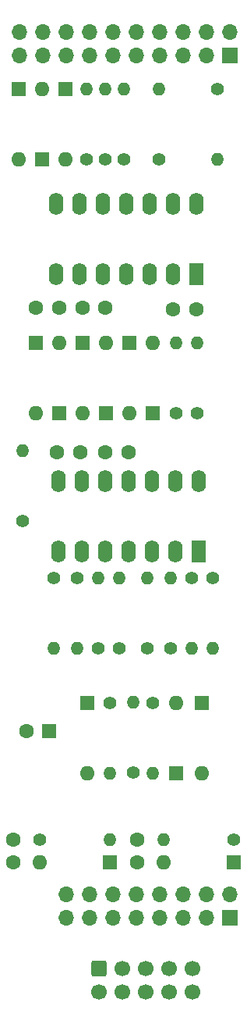
<source format=gts>
%TF.GenerationSoftware,KiCad,Pcbnew,(7.0.0)*%
%TF.CreationDate,2023-02-14T18:26:25-05:00*%
%TF.ProjectId,ER-VCF-02-DB,45522d56-4346-42d3-9032-2d44422e6b69,1*%
%TF.SameCoordinates,Original*%
%TF.FileFunction,Soldermask,Top*%
%TF.FilePolarity,Negative*%
%FSLAX46Y46*%
G04 Gerber Fmt 4.6, Leading zero omitted, Abs format (unit mm)*
G04 Created by KiCad (PCBNEW (7.0.0)) date 2023-02-14 18:26:25*
%MOMM*%
%LPD*%
G01*
G04 APERTURE LIST*
G04 Aperture macros list*
%AMRoundRect*
0 Rectangle with rounded corners*
0 $1 Rounding radius*
0 $2 $3 $4 $5 $6 $7 $8 $9 X,Y pos of 4 corners*
0 Add a 4 corners polygon primitive as box body*
4,1,4,$2,$3,$4,$5,$6,$7,$8,$9,$2,$3,0*
0 Add four circle primitives for the rounded corners*
1,1,$1+$1,$2,$3*
1,1,$1+$1,$4,$5*
1,1,$1+$1,$6,$7*
1,1,$1+$1,$8,$9*
0 Add four rect primitives between the rounded corners*
20,1,$1+$1,$2,$3,$4,$5,0*
20,1,$1+$1,$4,$5,$6,$7,0*
20,1,$1+$1,$6,$7,$8,$9,0*
20,1,$1+$1,$8,$9,$2,$3,0*%
G04 Aperture macros list end*
%ADD10C,1.400000*%
%ADD11O,1.400000X1.400000*%
%ADD12RoundRect,0.250000X-0.600000X0.600000X-0.600000X-0.600000X0.600000X-0.600000X0.600000X0.600000X0*%
%ADD13C,1.700000*%
%ADD14C,1.600000*%
%ADD15R,1.700000X1.700000*%
%ADD16O,1.700000X1.700000*%
%ADD17R,1.600000X1.600000*%
%ADD18O,1.600000X1.600000*%
%ADD19R,1.600000X2.400000*%
%ADD20O,1.600000X2.400000*%
G04 APERTURE END LIST*
D10*
%TO.C,R13*%
X57404000Y-93190000D03*
D11*
X57403999Y-100809999D03*
%TD*%
D12*
%TO.C,J1*%
X47340000Y-135460000D03*
D13*
X47340000Y-138000000D03*
X49880000Y-135460000D03*
X49880000Y-138000000D03*
X52420000Y-135460000D03*
X52420000Y-138000000D03*
X54960000Y-135460000D03*
X54960000Y-138000000D03*
X57500000Y-135460000D03*
X57500000Y-138000000D03*
%TD*%
D10*
%TO.C,R12*%
X59690000Y-93190000D03*
D11*
X59689999Y-100809999D03*
%TD*%
D14*
%TO.C,C11*%
X42993996Y-63880009D03*
X40493996Y-63880009D03*
%TD*%
D10*
%TO.C,R15*%
X52578000Y-100810000D03*
D11*
X52577999Y-93189999D03*
%TD*%
D15*
%TO.C,J2*%
X61499999Y-36499999D03*
D16*
X61499999Y-33959999D03*
X58959999Y-36499999D03*
X58959999Y-33959999D03*
X56419999Y-36499999D03*
X56419999Y-33959999D03*
X53879999Y-36499999D03*
X53879999Y-33959999D03*
X51339999Y-36499999D03*
X51339999Y-33959999D03*
X48799999Y-36499999D03*
X48799999Y-33959999D03*
X46259999Y-36499999D03*
X46259999Y-33959999D03*
X43719999Y-36499999D03*
X43719999Y-33959999D03*
X41179999Y-36499999D03*
X41179999Y-33959999D03*
X38639999Y-36499999D03*
X38639999Y-33959999D03*
%TD*%
D17*
%TO.C,D1*%
X43687999Y-40131999D03*
D18*
X43687999Y-47751999D03*
%TD*%
D14*
%TO.C,C6*%
X38000000Y-124000000D03*
X38000000Y-121500000D03*
%TD*%
D10*
%TO.C,R11*%
X39000000Y-87000000D03*
D11*
X38999999Y-79379999D03*
%TD*%
D14*
%TO.C,C5*%
X51500000Y-121500000D03*
X51500000Y-124000000D03*
%TD*%
D10*
%TO.C,R21*%
X53158000Y-106690000D03*
D11*
X53157999Y-114309999D03*
%TD*%
D10*
%TO.C,R1*%
X60198000Y-40132000D03*
D11*
X60197999Y-47751999D03*
%TD*%
D17*
%TO.C,D3*%
X38607999Y-40131999D03*
D18*
X38607999Y-47751999D03*
%TD*%
D17*
%TO.C,D14*%
X48499999Y-123999999D03*
D18*
X40879999Y-123999999D03*
%TD*%
D17*
%TO.C,D9*%
X40473999Y-67689999D03*
D18*
X40473999Y-75309999D03*
%TD*%
D17*
%TO.C,D7*%
X45553999Y-67689999D03*
D18*
X45553999Y-75309999D03*
%TD*%
D10*
%TO.C,R5*%
X53848000Y-47752000D03*
D11*
X53847999Y-40131999D03*
%TD*%
D10*
%TO.C,R22*%
X51000000Y-114244000D03*
D11*
X50999999Y-106623999D03*
%TD*%
D14*
%TO.C,C12*%
X57892010Y-64008000D03*
X55392010Y-64008000D03*
%TD*%
D10*
%TO.C,R14*%
X55118000Y-100810000D03*
D11*
X55117999Y-93189999D03*
%TD*%
D17*
%TO.C,D10*%
X58499999Y-106689999D03*
D18*
X58499999Y-114309999D03*
%TD*%
D10*
%TO.C,R18*%
X44958000Y-93190000D03*
D11*
X44957999Y-100809999D03*
%TD*%
D17*
%TO.C,D8*%
X43013999Y-75309999D03*
D18*
X43013999Y-67689999D03*
%TD*%
D17*
%TO.C,D11*%
X55697999Y-114309999D03*
D18*
X55697999Y-106689999D03*
%TD*%
D10*
%TO.C,R6*%
X50038000Y-47752000D03*
D11*
X50037999Y-40131999D03*
%TD*%
D14*
%TO.C,C4*%
X50500001Y-79499993D03*
X48000001Y-79499993D03*
%TD*%
D10*
%TO.C,R7*%
X48006000Y-47752000D03*
D11*
X48005999Y-40131999D03*
%TD*%
D14*
%TO.C,C3*%
X48006000Y-63880009D03*
X45506000Y-63880009D03*
%TD*%
D17*
%TO.C,D13*%
X61999999Y-123999999D03*
D18*
X54379999Y-123999999D03*
%TD*%
D17*
%TO.C,C1*%
X41909999Y-109727999D03*
D14*
X39410000Y-109728000D03*
%TD*%
D10*
%TO.C,R19*%
X42418000Y-93190000D03*
D11*
X42417999Y-100809999D03*
%TD*%
D10*
%TO.C,R16*%
X49530000Y-100810000D03*
D11*
X49529999Y-93189999D03*
%TD*%
D17*
%TO.C,D5*%
X50633999Y-67689999D03*
D18*
X50633999Y-75309999D03*
%TD*%
D10*
%TO.C,R24*%
X62000000Y-121500000D03*
D11*
X54379999Y-121499999D03*
%TD*%
D10*
%TO.C,R9*%
X58000000Y-75310000D03*
D11*
X57999999Y-67689999D03*
%TD*%
D10*
%TO.C,R10*%
X55714000Y-75310000D03*
D11*
X55713999Y-67689999D03*
%TD*%
D17*
%TO.C,D6*%
X48093999Y-75309999D03*
D18*
X48093999Y-67689999D03*
%TD*%
D19*
%TO.C,U1*%
X57911999Y-60197999D03*
D20*
X55371999Y-60197999D03*
X52831999Y-60197999D03*
X50291999Y-60197999D03*
X47751999Y-60197999D03*
X45211999Y-60197999D03*
X42671999Y-60197999D03*
X42671999Y-52577999D03*
X45211999Y-52577999D03*
X47751999Y-52577999D03*
X50291999Y-52577999D03*
X52831999Y-52577999D03*
X55371999Y-52577999D03*
X57911999Y-52577999D03*
%TD*%
D17*
%TO.C,D12*%
X45999999Y-106689999D03*
D18*
X45999999Y-114309999D03*
%TD*%
D10*
%TO.C,R8*%
X45974000Y-47752000D03*
D11*
X45973999Y-40131999D03*
%TD*%
D10*
%TO.C,R25*%
X40880000Y-121500000D03*
D11*
X48499999Y-121499999D03*
%TD*%
D14*
%TO.C,C2*%
X45249998Y-79499993D03*
X42749998Y-79499993D03*
%TD*%
D10*
%TO.C,R23*%
X48500000Y-106690000D03*
D11*
X48499999Y-114309999D03*
%TD*%
D17*
%TO.C,D4*%
X53173999Y-75309999D03*
D18*
X53173999Y-67689999D03*
%TD*%
D17*
%TO.C,D2*%
X41147999Y-47751999D03*
D18*
X41147999Y-40131999D03*
%TD*%
D15*
%TO.C,J3*%
X61499999Y-129999999D03*
D16*
X61499999Y-127459999D03*
X58959999Y-129999999D03*
X58959999Y-127459999D03*
X56419999Y-129999999D03*
X56419999Y-127459999D03*
X53879999Y-129999999D03*
X53879999Y-127459999D03*
X51339999Y-129999999D03*
X51339999Y-127459999D03*
X48799999Y-129999999D03*
X48799999Y-127459999D03*
X46259999Y-129999999D03*
X46259999Y-127459999D03*
X43719999Y-129999999D03*
X43719999Y-127459999D03*
%TD*%
D10*
%TO.C,R17*%
X47244000Y-100810000D03*
D11*
X47243999Y-93189999D03*
%TD*%
D19*
%TO.C,U2*%
X58165999Y-90299996D03*
D20*
X55625999Y-90299996D03*
X53085999Y-90299996D03*
X50545999Y-90299996D03*
X48005999Y-90299996D03*
X45465999Y-90299996D03*
X42925999Y-90299996D03*
X42925999Y-82679996D03*
X45465999Y-82679996D03*
X48005999Y-82679996D03*
X50545999Y-82679996D03*
X53085999Y-82679996D03*
X55625999Y-82679996D03*
X58165999Y-82679996D03*
%TD*%
M02*

</source>
